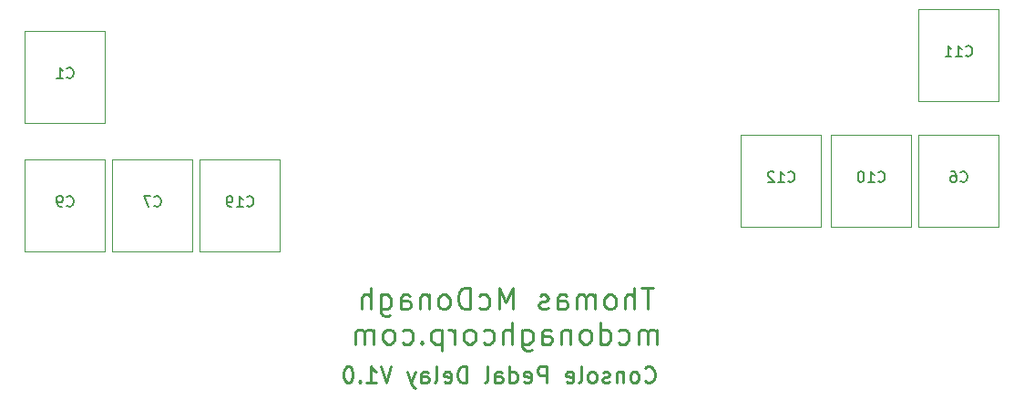
<source format=gbr>
G04 #@! TF.GenerationSoftware,KiCad,Pcbnew,(5.1.7)-1*
G04 #@! TF.CreationDate,2021-05-30T15:58:05-05:00*
G04 #@! TF.ProjectId,ConsolePedalDelay,436f6e73-6f6c-4655-9065-64616c44656c,rev?*
G04 #@! TF.SameCoordinates,Original*
G04 #@! TF.FileFunction,Legend,Bot*
G04 #@! TF.FilePolarity,Positive*
%FSLAX46Y46*%
G04 Gerber Fmt 4.6, Leading zero omitted, Abs format (unit mm)*
G04 Created by KiCad (PCBNEW (5.1.7)-1) date 2021-05-30 15:58:05*
%MOMM*%
%LPD*%
G01*
G04 APERTURE LIST*
%ADD10C,0.250000*%
%ADD11C,0.120000*%
%ADD12C,0.150000*%
G04 APERTURE END LIST*
D10*
X145615714Y-121820714D02*
X145687142Y-121892142D01*
X145901428Y-121963571D01*
X146044285Y-121963571D01*
X146258571Y-121892142D01*
X146401428Y-121749285D01*
X146472857Y-121606428D01*
X146544285Y-121320714D01*
X146544285Y-121106428D01*
X146472857Y-120820714D01*
X146401428Y-120677857D01*
X146258571Y-120535000D01*
X146044285Y-120463571D01*
X145901428Y-120463571D01*
X145687142Y-120535000D01*
X145615714Y-120606428D01*
X144758571Y-121963571D02*
X144901428Y-121892142D01*
X144972857Y-121820714D01*
X145044285Y-121677857D01*
X145044285Y-121249285D01*
X144972857Y-121106428D01*
X144901428Y-121035000D01*
X144758571Y-120963571D01*
X144544285Y-120963571D01*
X144401428Y-121035000D01*
X144330000Y-121106428D01*
X144258571Y-121249285D01*
X144258571Y-121677857D01*
X144330000Y-121820714D01*
X144401428Y-121892142D01*
X144544285Y-121963571D01*
X144758571Y-121963571D01*
X143615714Y-120963571D02*
X143615714Y-121963571D01*
X143615714Y-121106428D02*
X143544285Y-121035000D01*
X143401428Y-120963571D01*
X143187142Y-120963571D01*
X143044285Y-121035000D01*
X142972857Y-121177857D01*
X142972857Y-121963571D01*
X142330000Y-121892142D02*
X142187142Y-121963571D01*
X141901428Y-121963571D01*
X141758571Y-121892142D01*
X141687142Y-121749285D01*
X141687142Y-121677857D01*
X141758571Y-121535000D01*
X141901428Y-121463571D01*
X142115714Y-121463571D01*
X142258571Y-121392142D01*
X142330000Y-121249285D01*
X142330000Y-121177857D01*
X142258571Y-121035000D01*
X142115714Y-120963571D01*
X141901428Y-120963571D01*
X141758571Y-121035000D01*
X140830000Y-121963571D02*
X140972857Y-121892142D01*
X141044285Y-121820714D01*
X141115714Y-121677857D01*
X141115714Y-121249285D01*
X141044285Y-121106428D01*
X140972857Y-121035000D01*
X140830000Y-120963571D01*
X140615714Y-120963571D01*
X140472857Y-121035000D01*
X140401428Y-121106428D01*
X140330000Y-121249285D01*
X140330000Y-121677857D01*
X140401428Y-121820714D01*
X140472857Y-121892142D01*
X140615714Y-121963571D01*
X140830000Y-121963571D01*
X139472857Y-121963571D02*
X139615714Y-121892142D01*
X139687142Y-121749285D01*
X139687142Y-120463571D01*
X138330000Y-121892142D02*
X138472857Y-121963571D01*
X138758571Y-121963571D01*
X138901428Y-121892142D01*
X138972857Y-121749285D01*
X138972857Y-121177857D01*
X138901428Y-121035000D01*
X138758571Y-120963571D01*
X138472857Y-120963571D01*
X138330000Y-121035000D01*
X138258571Y-121177857D01*
X138258571Y-121320714D01*
X138972857Y-121463571D01*
X136472857Y-121963571D02*
X136472857Y-120463571D01*
X135901428Y-120463571D01*
X135758571Y-120535000D01*
X135687142Y-120606428D01*
X135615714Y-120749285D01*
X135615714Y-120963571D01*
X135687142Y-121106428D01*
X135758571Y-121177857D01*
X135901428Y-121249285D01*
X136472857Y-121249285D01*
X134401428Y-121892142D02*
X134544285Y-121963571D01*
X134830000Y-121963571D01*
X134972857Y-121892142D01*
X135044285Y-121749285D01*
X135044285Y-121177857D01*
X134972857Y-121035000D01*
X134830000Y-120963571D01*
X134544285Y-120963571D01*
X134401428Y-121035000D01*
X134330000Y-121177857D01*
X134330000Y-121320714D01*
X135044285Y-121463571D01*
X133044285Y-121963571D02*
X133044285Y-120463571D01*
X133044285Y-121892142D02*
X133187142Y-121963571D01*
X133472857Y-121963571D01*
X133615714Y-121892142D01*
X133687142Y-121820714D01*
X133758571Y-121677857D01*
X133758571Y-121249285D01*
X133687142Y-121106428D01*
X133615714Y-121035000D01*
X133472857Y-120963571D01*
X133187142Y-120963571D01*
X133044285Y-121035000D01*
X131687142Y-121963571D02*
X131687142Y-121177857D01*
X131758571Y-121035000D01*
X131901428Y-120963571D01*
X132187142Y-120963571D01*
X132330000Y-121035000D01*
X131687142Y-121892142D02*
X131830000Y-121963571D01*
X132187142Y-121963571D01*
X132330000Y-121892142D01*
X132401428Y-121749285D01*
X132401428Y-121606428D01*
X132330000Y-121463571D01*
X132187142Y-121392142D01*
X131830000Y-121392142D01*
X131687142Y-121320714D01*
X130758571Y-121963571D02*
X130901428Y-121892142D01*
X130972857Y-121749285D01*
X130972857Y-120463571D01*
X129044285Y-121963571D02*
X129044285Y-120463571D01*
X128687142Y-120463571D01*
X128472857Y-120535000D01*
X128330000Y-120677857D01*
X128258571Y-120820714D01*
X128187142Y-121106428D01*
X128187142Y-121320714D01*
X128258571Y-121606428D01*
X128330000Y-121749285D01*
X128472857Y-121892142D01*
X128687142Y-121963571D01*
X129044285Y-121963571D01*
X126972857Y-121892142D02*
X127115714Y-121963571D01*
X127401428Y-121963571D01*
X127544285Y-121892142D01*
X127615714Y-121749285D01*
X127615714Y-121177857D01*
X127544285Y-121035000D01*
X127401428Y-120963571D01*
X127115714Y-120963571D01*
X126972857Y-121035000D01*
X126901428Y-121177857D01*
X126901428Y-121320714D01*
X127615714Y-121463571D01*
X126044285Y-121963571D02*
X126187142Y-121892142D01*
X126258571Y-121749285D01*
X126258571Y-120463571D01*
X124830000Y-121963571D02*
X124830000Y-121177857D01*
X124901428Y-121035000D01*
X125044285Y-120963571D01*
X125330000Y-120963571D01*
X125472857Y-121035000D01*
X124830000Y-121892142D02*
X124972857Y-121963571D01*
X125330000Y-121963571D01*
X125472857Y-121892142D01*
X125544285Y-121749285D01*
X125544285Y-121606428D01*
X125472857Y-121463571D01*
X125330000Y-121392142D01*
X124972857Y-121392142D01*
X124830000Y-121320714D01*
X124258571Y-120963571D02*
X123901428Y-121963571D01*
X123544285Y-120963571D02*
X123901428Y-121963571D01*
X124044285Y-122320714D01*
X124115714Y-122392142D01*
X124258571Y-122463571D01*
X122044285Y-120463571D02*
X121544285Y-121963571D01*
X121044285Y-120463571D01*
X119758571Y-121963571D02*
X120615714Y-121963571D01*
X120187142Y-121963571D02*
X120187142Y-120463571D01*
X120330000Y-120677857D01*
X120472857Y-120820714D01*
X120615714Y-120892142D01*
X119115714Y-121820714D02*
X119044285Y-121892142D01*
X119115714Y-121963571D01*
X119187142Y-121892142D01*
X119115714Y-121820714D01*
X119115714Y-121963571D01*
X118115714Y-120463571D02*
X117972857Y-120463571D01*
X117830000Y-120535000D01*
X117758571Y-120606428D01*
X117687142Y-120749285D01*
X117615714Y-121035000D01*
X117615714Y-121392142D01*
X117687142Y-121677857D01*
X117758571Y-121820714D01*
X117830000Y-121892142D01*
X117972857Y-121963571D01*
X118115714Y-121963571D01*
X118258571Y-121892142D01*
X118330000Y-121820714D01*
X118401428Y-121677857D01*
X118472857Y-121392142D01*
X118472857Y-121035000D01*
X118401428Y-120749285D01*
X118330000Y-120606428D01*
X118258571Y-120535000D01*
X118115714Y-120463571D01*
X146429285Y-113103761D02*
X145286428Y-113103761D01*
X145857857Y-115103761D02*
X145857857Y-113103761D01*
X144619761Y-115103761D02*
X144619761Y-113103761D01*
X143762619Y-115103761D02*
X143762619Y-114056142D01*
X143857857Y-113865666D01*
X144048333Y-113770428D01*
X144334047Y-113770428D01*
X144524523Y-113865666D01*
X144619761Y-113960904D01*
X142524523Y-115103761D02*
X142715000Y-115008523D01*
X142810238Y-114913285D01*
X142905476Y-114722809D01*
X142905476Y-114151380D01*
X142810238Y-113960904D01*
X142715000Y-113865666D01*
X142524523Y-113770428D01*
X142238809Y-113770428D01*
X142048333Y-113865666D01*
X141953095Y-113960904D01*
X141857857Y-114151380D01*
X141857857Y-114722809D01*
X141953095Y-114913285D01*
X142048333Y-115008523D01*
X142238809Y-115103761D01*
X142524523Y-115103761D01*
X141000714Y-115103761D02*
X141000714Y-113770428D01*
X141000714Y-113960904D02*
X140905476Y-113865666D01*
X140715000Y-113770428D01*
X140429285Y-113770428D01*
X140238809Y-113865666D01*
X140143571Y-114056142D01*
X140143571Y-115103761D01*
X140143571Y-114056142D02*
X140048333Y-113865666D01*
X139857857Y-113770428D01*
X139572142Y-113770428D01*
X139381666Y-113865666D01*
X139286428Y-114056142D01*
X139286428Y-115103761D01*
X137476904Y-115103761D02*
X137476904Y-114056142D01*
X137572142Y-113865666D01*
X137762619Y-113770428D01*
X138143571Y-113770428D01*
X138334047Y-113865666D01*
X137476904Y-115008523D02*
X137667380Y-115103761D01*
X138143571Y-115103761D01*
X138334047Y-115008523D01*
X138429285Y-114818047D01*
X138429285Y-114627571D01*
X138334047Y-114437095D01*
X138143571Y-114341857D01*
X137667380Y-114341857D01*
X137476904Y-114246619D01*
X136619761Y-115008523D02*
X136429285Y-115103761D01*
X136048333Y-115103761D01*
X135857857Y-115008523D01*
X135762619Y-114818047D01*
X135762619Y-114722809D01*
X135857857Y-114532333D01*
X136048333Y-114437095D01*
X136334047Y-114437095D01*
X136524523Y-114341857D01*
X136619761Y-114151380D01*
X136619761Y-114056142D01*
X136524523Y-113865666D01*
X136334047Y-113770428D01*
X136048333Y-113770428D01*
X135857857Y-113865666D01*
X133381666Y-115103761D02*
X133381666Y-113103761D01*
X132715000Y-114532333D01*
X132048333Y-113103761D01*
X132048333Y-115103761D01*
X130238809Y-115008523D02*
X130429285Y-115103761D01*
X130810238Y-115103761D01*
X131000714Y-115008523D01*
X131095952Y-114913285D01*
X131191190Y-114722809D01*
X131191190Y-114151380D01*
X131095952Y-113960904D01*
X131000714Y-113865666D01*
X130810238Y-113770428D01*
X130429285Y-113770428D01*
X130238809Y-113865666D01*
X129381666Y-115103761D02*
X129381666Y-113103761D01*
X128905476Y-113103761D01*
X128619761Y-113199000D01*
X128429285Y-113389476D01*
X128334047Y-113579952D01*
X128238809Y-113960904D01*
X128238809Y-114246619D01*
X128334047Y-114627571D01*
X128429285Y-114818047D01*
X128619761Y-115008523D01*
X128905476Y-115103761D01*
X129381666Y-115103761D01*
X127095952Y-115103761D02*
X127286428Y-115008523D01*
X127381666Y-114913285D01*
X127476904Y-114722809D01*
X127476904Y-114151380D01*
X127381666Y-113960904D01*
X127286428Y-113865666D01*
X127095952Y-113770428D01*
X126810238Y-113770428D01*
X126619761Y-113865666D01*
X126524523Y-113960904D01*
X126429285Y-114151380D01*
X126429285Y-114722809D01*
X126524523Y-114913285D01*
X126619761Y-115008523D01*
X126810238Y-115103761D01*
X127095952Y-115103761D01*
X125572142Y-113770428D02*
X125572142Y-115103761D01*
X125572142Y-113960904D02*
X125476904Y-113865666D01*
X125286428Y-113770428D01*
X125000714Y-113770428D01*
X124810238Y-113865666D01*
X124715000Y-114056142D01*
X124715000Y-115103761D01*
X122905476Y-115103761D02*
X122905476Y-114056142D01*
X123000714Y-113865666D01*
X123191190Y-113770428D01*
X123572142Y-113770428D01*
X123762619Y-113865666D01*
X122905476Y-115008523D02*
X123095952Y-115103761D01*
X123572142Y-115103761D01*
X123762619Y-115008523D01*
X123857857Y-114818047D01*
X123857857Y-114627571D01*
X123762619Y-114437095D01*
X123572142Y-114341857D01*
X123095952Y-114341857D01*
X122905476Y-114246619D01*
X121095952Y-113770428D02*
X121095952Y-115389476D01*
X121191190Y-115579952D01*
X121286428Y-115675190D01*
X121476904Y-115770428D01*
X121762619Y-115770428D01*
X121953095Y-115675190D01*
X121095952Y-115008523D02*
X121286428Y-115103761D01*
X121667380Y-115103761D01*
X121857857Y-115008523D01*
X121953095Y-114913285D01*
X122048333Y-114722809D01*
X122048333Y-114151380D01*
X121953095Y-113960904D01*
X121857857Y-113865666D01*
X121667380Y-113770428D01*
X121286428Y-113770428D01*
X121095952Y-113865666D01*
X120143571Y-115103761D02*
X120143571Y-113103761D01*
X119286428Y-115103761D02*
X119286428Y-114056142D01*
X119381666Y-113865666D01*
X119572142Y-113770428D01*
X119857857Y-113770428D01*
X120048333Y-113865666D01*
X120143571Y-113960904D01*
X146715000Y-118353761D02*
X146715000Y-117020428D01*
X146715000Y-117210904D02*
X146619761Y-117115666D01*
X146429285Y-117020428D01*
X146143571Y-117020428D01*
X145953095Y-117115666D01*
X145857857Y-117306142D01*
X145857857Y-118353761D01*
X145857857Y-117306142D02*
X145762619Y-117115666D01*
X145572142Y-117020428D01*
X145286428Y-117020428D01*
X145095952Y-117115666D01*
X145000714Y-117306142D01*
X145000714Y-118353761D01*
X143191190Y-118258523D02*
X143381666Y-118353761D01*
X143762619Y-118353761D01*
X143953095Y-118258523D01*
X144048333Y-118163285D01*
X144143571Y-117972809D01*
X144143571Y-117401380D01*
X144048333Y-117210904D01*
X143953095Y-117115666D01*
X143762619Y-117020428D01*
X143381666Y-117020428D01*
X143191190Y-117115666D01*
X141476904Y-118353761D02*
X141476904Y-116353761D01*
X141476904Y-118258523D02*
X141667380Y-118353761D01*
X142048333Y-118353761D01*
X142238809Y-118258523D01*
X142334047Y-118163285D01*
X142429285Y-117972809D01*
X142429285Y-117401380D01*
X142334047Y-117210904D01*
X142238809Y-117115666D01*
X142048333Y-117020428D01*
X141667380Y-117020428D01*
X141476904Y-117115666D01*
X140238809Y-118353761D02*
X140429285Y-118258523D01*
X140524523Y-118163285D01*
X140619761Y-117972809D01*
X140619761Y-117401380D01*
X140524523Y-117210904D01*
X140429285Y-117115666D01*
X140238809Y-117020428D01*
X139953095Y-117020428D01*
X139762619Y-117115666D01*
X139667380Y-117210904D01*
X139572142Y-117401380D01*
X139572142Y-117972809D01*
X139667380Y-118163285D01*
X139762619Y-118258523D01*
X139953095Y-118353761D01*
X140238809Y-118353761D01*
X138715000Y-117020428D02*
X138715000Y-118353761D01*
X138715000Y-117210904D02*
X138619761Y-117115666D01*
X138429285Y-117020428D01*
X138143571Y-117020428D01*
X137953095Y-117115666D01*
X137857857Y-117306142D01*
X137857857Y-118353761D01*
X136048333Y-118353761D02*
X136048333Y-117306142D01*
X136143571Y-117115666D01*
X136334047Y-117020428D01*
X136715000Y-117020428D01*
X136905476Y-117115666D01*
X136048333Y-118258523D02*
X136238809Y-118353761D01*
X136715000Y-118353761D01*
X136905476Y-118258523D01*
X137000714Y-118068047D01*
X137000714Y-117877571D01*
X136905476Y-117687095D01*
X136715000Y-117591857D01*
X136238809Y-117591857D01*
X136048333Y-117496619D01*
X134238809Y-117020428D02*
X134238809Y-118639476D01*
X134334047Y-118829952D01*
X134429285Y-118925190D01*
X134619761Y-119020428D01*
X134905476Y-119020428D01*
X135095952Y-118925190D01*
X134238809Y-118258523D02*
X134429285Y-118353761D01*
X134810238Y-118353761D01*
X135000714Y-118258523D01*
X135095952Y-118163285D01*
X135191190Y-117972809D01*
X135191190Y-117401380D01*
X135095952Y-117210904D01*
X135000714Y-117115666D01*
X134810238Y-117020428D01*
X134429285Y-117020428D01*
X134238809Y-117115666D01*
X133286428Y-118353761D02*
X133286428Y-116353761D01*
X132429285Y-118353761D02*
X132429285Y-117306142D01*
X132524523Y-117115666D01*
X132715000Y-117020428D01*
X133000714Y-117020428D01*
X133191190Y-117115666D01*
X133286428Y-117210904D01*
X130619761Y-118258523D02*
X130810238Y-118353761D01*
X131191190Y-118353761D01*
X131381666Y-118258523D01*
X131476904Y-118163285D01*
X131572142Y-117972809D01*
X131572142Y-117401380D01*
X131476904Y-117210904D01*
X131381666Y-117115666D01*
X131191190Y-117020428D01*
X130810238Y-117020428D01*
X130619761Y-117115666D01*
X129476904Y-118353761D02*
X129667380Y-118258523D01*
X129762619Y-118163285D01*
X129857857Y-117972809D01*
X129857857Y-117401380D01*
X129762619Y-117210904D01*
X129667380Y-117115666D01*
X129476904Y-117020428D01*
X129191190Y-117020428D01*
X129000714Y-117115666D01*
X128905476Y-117210904D01*
X128810238Y-117401380D01*
X128810238Y-117972809D01*
X128905476Y-118163285D01*
X129000714Y-118258523D01*
X129191190Y-118353761D01*
X129476904Y-118353761D01*
X127953095Y-118353761D02*
X127953095Y-117020428D01*
X127953095Y-117401380D02*
X127857857Y-117210904D01*
X127762619Y-117115666D01*
X127572142Y-117020428D01*
X127381666Y-117020428D01*
X126715000Y-117020428D02*
X126715000Y-119020428D01*
X126715000Y-117115666D02*
X126524523Y-117020428D01*
X126143571Y-117020428D01*
X125953095Y-117115666D01*
X125857857Y-117210904D01*
X125762619Y-117401380D01*
X125762619Y-117972809D01*
X125857857Y-118163285D01*
X125953095Y-118258523D01*
X126143571Y-118353761D01*
X126524523Y-118353761D01*
X126715000Y-118258523D01*
X124905476Y-118163285D02*
X124810238Y-118258523D01*
X124905476Y-118353761D01*
X125000714Y-118258523D01*
X124905476Y-118163285D01*
X124905476Y-118353761D01*
X123095952Y-118258523D02*
X123286428Y-118353761D01*
X123667380Y-118353761D01*
X123857857Y-118258523D01*
X123953095Y-118163285D01*
X124048333Y-117972809D01*
X124048333Y-117401380D01*
X123953095Y-117210904D01*
X123857857Y-117115666D01*
X123667380Y-117020428D01*
X123286428Y-117020428D01*
X123095952Y-117115666D01*
X121953095Y-118353761D02*
X122143571Y-118258523D01*
X122238809Y-118163285D01*
X122334047Y-117972809D01*
X122334047Y-117401380D01*
X122238809Y-117210904D01*
X122143571Y-117115666D01*
X121953095Y-117020428D01*
X121667380Y-117020428D01*
X121476904Y-117115666D01*
X121381666Y-117210904D01*
X121286428Y-117401380D01*
X121286428Y-117972809D01*
X121381666Y-118163285D01*
X121476904Y-118258523D01*
X121667380Y-118353761D01*
X121953095Y-118353761D01*
X120429285Y-118353761D02*
X120429285Y-117020428D01*
X120429285Y-117210904D02*
X120334047Y-117115666D01*
X120143571Y-117020428D01*
X119857857Y-117020428D01*
X119667380Y-117115666D01*
X119572142Y-117306142D01*
X119572142Y-118353761D01*
X119572142Y-117306142D02*
X119476904Y-117115666D01*
X119286428Y-117020428D01*
X119000714Y-117020428D01*
X118810238Y-117115666D01*
X118715000Y-117306142D01*
X118715000Y-118353761D01*
D11*
G04 #@! TO.C,C1*
X95454000Y-89308000D02*
X88014000Y-89308000D01*
X95454000Y-97798000D02*
X88014000Y-97798000D01*
X95454000Y-89308000D02*
X95454000Y-97798000D01*
X88014000Y-89308000D02*
X88014000Y-97798000D01*
G04 #@! TO.C,C6*
X171072000Y-98960000D02*
X171072000Y-107450000D01*
X178512000Y-98960000D02*
X178512000Y-107450000D01*
X178512000Y-107450000D02*
X171072000Y-107450000D01*
X178512000Y-98960000D02*
X171072000Y-98960000D01*
G04 #@! TO.C,C7*
X103582000Y-101246000D02*
X96142000Y-101246000D01*
X103582000Y-109736000D02*
X96142000Y-109736000D01*
X103582000Y-101246000D02*
X103582000Y-109736000D01*
X96142000Y-101246000D02*
X96142000Y-109736000D01*
G04 #@! TO.C,C9*
X88014000Y-101246000D02*
X88014000Y-109736000D01*
X95454000Y-101246000D02*
X95454000Y-109736000D01*
X95454000Y-109736000D02*
X88014000Y-109736000D01*
X95454000Y-101246000D02*
X88014000Y-101246000D01*
G04 #@! TO.C,C10*
X170384000Y-98960000D02*
X162944000Y-98960000D01*
X170384000Y-107450000D02*
X162944000Y-107450000D01*
X170384000Y-98960000D02*
X170384000Y-107450000D01*
X162944000Y-98960000D02*
X162944000Y-107450000D01*
G04 #@! TO.C,C11*
X171072000Y-87276000D02*
X171072000Y-95766000D01*
X178512000Y-87276000D02*
X178512000Y-95766000D01*
X178512000Y-95766000D02*
X171072000Y-95766000D01*
X178512000Y-87276000D02*
X171072000Y-87276000D01*
G04 #@! TO.C,C12*
X154562000Y-98960000D02*
X154562000Y-107450000D01*
X162002000Y-98960000D02*
X162002000Y-107450000D01*
X162002000Y-107450000D02*
X154562000Y-107450000D01*
X162002000Y-98960000D02*
X154562000Y-98960000D01*
G04 #@! TO.C,C19*
X104270000Y-101246000D02*
X104270000Y-109736000D01*
X111710000Y-101246000D02*
X111710000Y-109736000D01*
X111710000Y-109736000D02*
X104270000Y-109736000D01*
X111710000Y-101246000D02*
X104270000Y-101246000D01*
G04 #@! TO.C,C1*
D12*
X91900666Y-93575142D02*
X91948285Y-93622761D01*
X92091142Y-93670380D01*
X92186380Y-93670380D01*
X92329238Y-93622761D01*
X92424476Y-93527523D01*
X92472095Y-93432285D01*
X92519714Y-93241809D01*
X92519714Y-93098952D01*
X92472095Y-92908476D01*
X92424476Y-92813238D01*
X92329238Y-92718000D01*
X92186380Y-92670380D01*
X92091142Y-92670380D01*
X91948285Y-92718000D01*
X91900666Y-92765619D01*
X90948285Y-93670380D02*
X91519714Y-93670380D01*
X91234000Y-93670380D02*
X91234000Y-92670380D01*
X91329238Y-92813238D01*
X91424476Y-92908476D01*
X91519714Y-92956095D01*
G04 #@! TO.C,C6*
X174958666Y-103227142D02*
X175006285Y-103274761D01*
X175149142Y-103322380D01*
X175244380Y-103322380D01*
X175387238Y-103274761D01*
X175482476Y-103179523D01*
X175530095Y-103084285D01*
X175577714Y-102893809D01*
X175577714Y-102750952D01*
X175530095Y-102560476D01*
X175482476Y-102465238D01*
X175387238Y-102370000D01*
X175244380Y-102322380D01*
X175149142Y-102322380D01*
X175006285Y-102370000D01*
X174958666Y-102417619D01*
X174101523Y-102322380D02*
X174292000Y-102322380D01*
X174387238Y-102370000D01*
X174434857Y-102417619D01*
X174530095Y-102560476D01*
X174577714Y-102750952D01*
X174577714Y-103131904D01*
X174530095Y-103227142D01*
X174482476Y-103274761D01*
X174387238Y-103322380D01*
X174196761Y-103322380D01*
X174101523Y-103274761D01*
X174053904Y-103227142D01*
X174006285Y-103131904D01*
X174006285Y-102893809D01*
X174053904Y-102798571D01*
X174101523Y-102750952D01*
X174196761Y-102703333D01*
X174387238Y-102703333D01*
X174482476Y-102750952D01*
X174530095Y-102798571D01*
X174577714Y-102893809D01*
G04 #@! TO.C,C7*
X100028666Y-105513142D02*
X100076285Y-105560761D01*
X100219142Y-105608380D01*
X100314380Y-105608380D01*
X100457238Y-105560761D01*
X100552476Y-105465523D01*
X100600095Y-105370285D01*
X100647714Y-105179809D01*
X100647714Y-105036952D01*
X100600095Y-104846476D01*
X100552476Y-104751238D01*
X100457238Y-104656000D01*
X100314380Y-104608380D01*
X100219142Y-104608380D01*
X100076285Y-104656000D01*
X100028666Y-104703619D01*
X99695333Y-104608380D02*
X99028666Y-104608380D01*
X99457238Y-105608380D01*
G04 #@! TO.C,C9*
X91900666Y-105513142D02*
X91948285Y-105560761D01*
X92091142Y-105608380D01*
X92186380Y-105608380D01*
X92329238Y-105560761D01*
X92424476Y-105465523D01*
X92472095Y-105370285D01*
X92519714Y-105179809D01*
X92519714Y-105036952D01*
X92472095Y-104846476D01*
X92424476Y-104751238D01*
X92329238Y-104656000D01*
X92186380Y-104608380D01*
X92091142Y-104608380D01*
X91948285Y-104656000D01*
X91900666Y-104703619D01*
X91424476Y-105608380D02*
X91234000Y-105608380D01*
X91138761Y-105560761D01*
X91091142Y-105513142D01*
X90995904Y-105370285D01*
X90948285Y-105179809D01*
X90948285Y-104798857D01*
X90995904Y-104703619D01*
X91043523Y-104656000D01*
X91138761Y-104608380D01*
X91329238Y-104608380D01*
X91424476Y-104656000D01*
X91472095Y-104703619D01*
X91519714Y-104798857D01*
X91519714Y-105036952D01*
X91472095Y-105132190D01*
X91424476Y-105179809D01*
X91329238Y-105227428D01*
X91138761Y-105227428D01*
X91043523Y-105179809D01*
X90995904Y-105132190D01*
X90948285Y-105036952D01*
G04 #@! TO.C,C10*
X167306857Y-103227142D02*
X167354476Y-103274761D01*
X167497333Y-103322380D01*
X167592571Y-103322380D01*
X167735428Y-103274761D01*
X167830666Y-103179523D01*
X167878285Y-103084285D01*
X167925904Y-102893809D01*
X167925904Y-102750952D01*
X167878285Y-102560476D01*
X167830666Y-102465238D01*
X167735428Y-102370000D01*
X167592571Y-102322380D01*
X167497333Y-102322380D01*
X167354476Y-102370000D01*
X167306857Y-102417619D01*
X166354476Y-103322380D02*
X166925904Y-103322380D01*
X166640190Y-103322380D02*
X166640190Y-102322380D01*
X166735428Y-102465238D01*
X166830666Y-102560476D01*
X166925904Y-102608095D01*
X165735428Y-102322380D02*
X165640190Y-102322380D01*
X165544952Y-102370000D01*
X165497333Y-102417619D01*
X165449714Y-102512857D01*
X165402095Y-102703333D01*
X165402095Y-102941428D01*
X165449714Y-103131904D01*
X165497333Y-103227142D01*
X165544952Y-103274761D01*
X165640190Y-103322380D01*
X165735428Y-103322380D01*
X165830666Y-103274761D01*
X165878285Y-103227142D01*
X165925904Y-103131904D01*
X165973523Y-102941428D01*
X165973523Y-102703333D01*
X165925904Y-102512857D01*
X165878285Y-102417619D01*
X165830666Y-102370000D01*
X165735428Y-102322380D01*
G04 #@! TO.C,C11*
X175434857Y-91543142D02*
X175482476Y-91590761D01*
X175625333Y-91638380D01*
X175720571Y-91638380D01*
X175863428Y-91590761D01*
X175958666Y-91495523D01*
X176006285Y-91400285D01*
X176053904Y-91209809D01*
X176053904Y-91066952D01*
X176006285Y-90876476D01*
X175958666Y-90781238D01*
X175863428Y-90686000D01*
X175720571Y-90638380D01*
X175625333Y-90638380D01*
X175482476Y-90686000D01*
X175434857Y-90733619D01*
X174482476Y-91638380D02*
X175053904Y-91638380D01*
X174768190Y-91638380D02*
X174768190Y-90638380D01*
X174863428Y-90781238D01*
X174958666Y-90876476D01*
X175053904Y-90924095D01*
X173530095Y-91638380D02*
X174101523Y-91638380D01*
X173815809Y-91638380D02*
X173815809Y-90638380D01*
X173911047Y-90781238D01*
X174006285Y-90876476D01*
X174101523Y-90924095D01*
G04 #@! TO.C,C12*
X158924857Y-103227142D02*
X158972476Y-103274761D01*
X159115333Y-103322380D01*
X159210571Y-103322380D01*
X159353428Y-103274761D01*
X159448666Y-103179523D01*
X159496285Y-103084285D01*
X159543904Y-102893809D01*
X159543904Y-102750952D01*
X159496285Y-102560476D01*
X159448666Y-102465238D01*
X159353428Y-102370000D01*
X159210571Y-102322380D01*
X159115333Y-102322380D01*
X158972476Y-102370000D01*
X158924857Y-102417619D01*
X157972476Y-103322380D02*
X158543904Y-103322380D01*
X158258190Y-103322380D02*
X158258190Y-102322380D01*
X158353428Y-102465238D01*
X158448666Y-102560476D01*
X158543904Y-102608095D01*
X157591523Y-102417619D02*
X157543904Y-102370000D01*
X157448666Y-102322380D01*
X157210571Y-102322380D01*
X157115333Y-102370000D01*
X157067714Y-102417619D01*
X157020095Y-102512857D01*
X157020095Y-102608095D01*
X157067714Y-102750952D01*
X157639142Y-103322380D01*
X157020095Y-103322380D01*
G04 #@! TO.C,C19*
X108632857Y-105513142D02*
X108680476Y-105560761D01*
X108823333Y-105608380D01*
X108918571Y-105608380D01*
X109061428Y-105560761D01*
X109156666Y-105465523D01*
X109204285Y-105370285D01*
X109251904Y-105179809D01*
X109251904Y-105036952D01*
X109204285Y-104846476D01*
X109156666Y-104751238D01*
X109061428Y-104656000D01*
X108918571Y-104608380D01*
X108823333Y-104608380D01*
X108680476Y-104656000D01*
X108632857Y-104703619D01*
X107680476Y-105608380D02*
X108251904Y-105608380D01*
X107966190Y-105608380D02*
X107966190Y-104608380D01*
X108061428Y-104751238D01*
X108156666Y-104846476D01*
X108251904Y-104894095D01*
X107204285Y-105608380D02*
X107013809Y-105608380D01*
X106918571Y-105560761D01*
X106870952Y-105513142D01*
X106775714Y-105370285D01*
X106728095Y-105179809D01*
X106728095Y-104798857D01*
X106775714Y-104703619D01*
X106823333Y-104656000D01*
X106918571Y-104608380D01*
X107109047Y-104608380D01*
X107204285Y-104656000D01*
X107251904Y-104703619D01*
X107299523Y-104798857D01*
X107299523Y-105036952D01*
X107251904Y-105132190D01*
X107204285Y-105179809D01*
X107109047Y-105227428D01*
X106918571Y-105227428D01*
X106823333Y-105179809D01*
X106775714Y-105132190D01*
X106728095Y-105036952D01*
G04 #@! TD*
M02*

</source>
